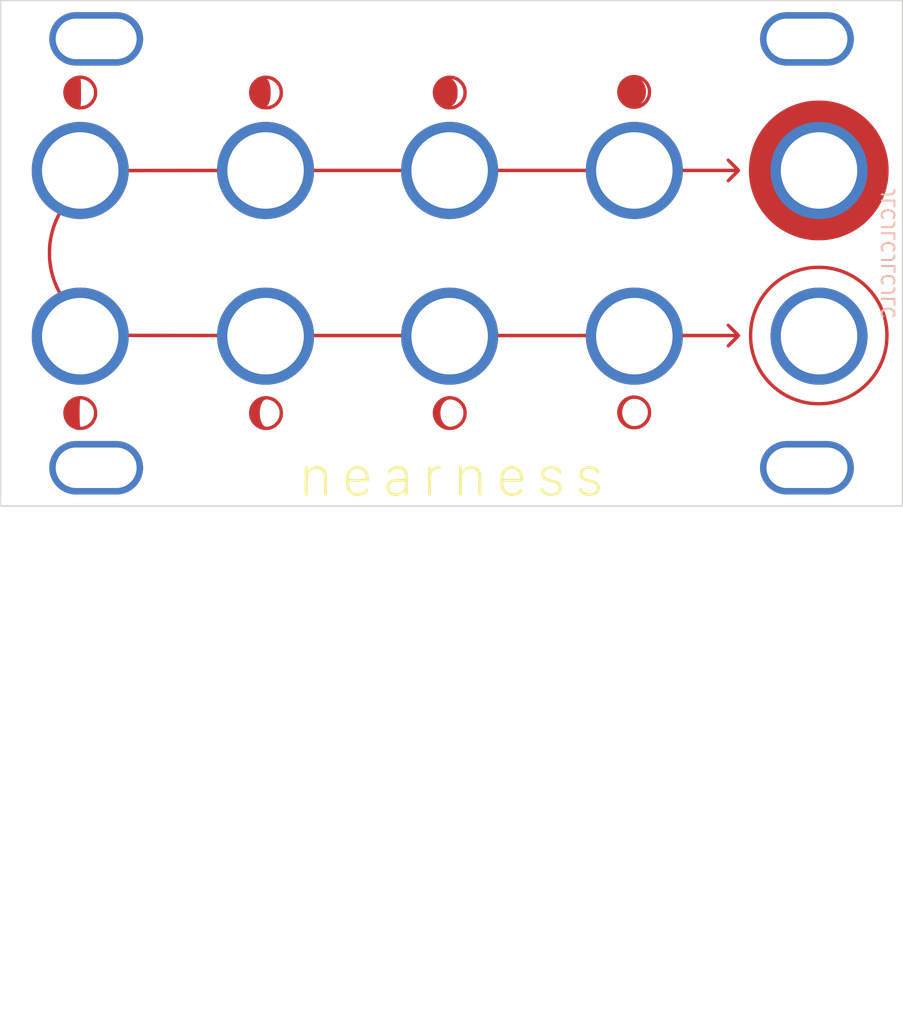
<source format=kicad_pcb>
(kicad_pcb (version 20221018) (generator pcbnew)
  (layers (0 "F.Cu" signal) (31 "B.Cu" signal) (34 "B.Paste" user) (35 "F.Paste" user) (36 "B.SilkS" user "B.Silkscreen") (37 "F.SilkS" user "F.Silkscreen") (38 "B.Mask" user) (39 "F.Mask" user) (44 "Edge.Cuts" user))
  (net 0 "")
  (footprint "" (layer "F.Cu") (at 106.2482 78.9)
    (fp_text reference "" (at 0 0) (layer "F.SilkS") (effects (font (size 1.27 1.27))))
    (fp_text value "" (at 0 0) (layer "F.SilkS") (effects (font (size 1.27 1.27))))
    (pad "1" thru_hole circle (at 0 0) (size 7.62 7.62) (drill 6) (layers "*.Cu" "*.Mask"))
  )
  (footprint "" (layer "F.Cu") (at 120.7982 78.9)
    (fp_text reference "" (at 0 0) (layer "F.SilkS") (effects (font (size 1.27 1.27))))
    (fp_text value "" (at 0 0) (layer "F.SilkS") (effects (font (size 1.27 1.27))))
    (pad "1" thru_hole circle (at 0 0) (size 7.62 7.62) (drill 6) (layers "*.Cu" "*.Mask"))
  )
  (footprint "" (layer "F.Cu") (at 106.2482 91.9)
    (fp_text reference "" (at 0 0) (layer "F.SilkS") (effects (font (size 1.27 1.27))))
    (fp_text value "" (at 0 0) (layer "F.SilkS") (effects (font (size 1.27 1.27))))
    (pad "1" thru_hole circle (at 0 0) (size 7.62 7.62) (drill 6) (layers "*.Cu" "*.Mask"))
  )
  (footprint "" (layer "F.Cu") (at 164.25 91.9)
    (fp_text reference "" (at 0 0) (layer "F.SilkS") (effects (font (size 1.27 1.27))))
    (fp_text value "" (at 0 0) (layer "F.SilkS") (effects (font (size 1.27 1.27))))
    (pad "1" thru_hole circle (at 0 0) (size 7.62 7.62) (drill 6) (layers "*.Cu" "*.Mask"))
  )
  (footprint "LOGO" (layer "F.Cu") (at 135.375 85.45)
    (fp_text reference "G***" hide)
    (fp_text value "LOGO" hide)
  )
  (footprint "" (layer "F.Cu") (at 120.7982 91.9)
    (fp_text reference "" (at 0 0) (layer "F.SilkS") (effects (font (size 1.27 1.27))))
    (fp_text value "" (at 0 0) (layer "F.SilkS") (effects (font (size 1.27 1.27))))
    (pad "1" thru_hole circle (at 0 0) (size 7.62 7.62) (drill 6) (layers "*.Cu" "*.Mask"))
  )
  (footprint "" (layer "F.Cu") (at 149.75 91.9)
    (fp_text reference "" (at 0 0) (layer "F.SilkS") (effects (font (size 1.27 1.27))))
    (fp_text value "" (at 0 0) (layer "F.SilkS") (effects (font (size 1.27 1.27))))
    (pad "1" thru_hole circle (at 0 0) (size 7.62 7.62) (drill 6) (layers "*.Cu" "*.Mask"))
  )
  (footprint "PCM_4ms_Faceplate:Faceplate_Rail_Mount_Slot_Plated" (layer "F.Cu") (at 107.5 102.225)
    (fp_text reference "REF**" hide)
    (fp_text value "Faceplate_Rail_Mount_Slot_Plated" hide)
    (pad "1" thru_hole oval (at 0 0) (size 7.366 4.191) (drill oval 6.35 3.175) (layers "*.Cu" "*.Mask"))
  )
  (footprint "" (layer "F.Cu") (at 149.75 78.9)
    (fp_text reference "" (at 0 0) (layer "F.SilkS") (effects (font (size 1.27 1.27))))
    (fp_text value "" (at 0 0) (layer "F.SilkS") (effects (font (size 1.27 1.27))))
    (pad "1" thru_hole circle (at 0 0) (size 7.62 7.62) (drill 6) (layers "*.Cu" "*.Mask"))
  )
  (footprint "" (layer "F.Cu") (at 164.25 78.9)
    (fp_text reference "" (at 0 0) (layer "F.SilkS") (effects (font (size 1.27 1.27))))
    (fp_text value "" (at 0 0) (layer "F.SilkS") (effects (font (size 1.27 1.27))))
    (pad "1" thru_hole circle (at 0 0) (size 7.62 7.62) (drill 6) (layers "*.Cu" "*.Mask"))
  )
  (footprint "LOGO" (layer "F.Cu") (at 135.375 85.45)
    (fp_text reference "G***" hide)
    (fp_text value "LOGO" hide)
    (fp_poly (pts (xy 14.44824 -14.048375) (xy 14.632215 -14.022022) (xy 14.814075 -13.97248) (xy 14.983326 -13.90221) (xy 15.048068 -13.867142) (xy 15.098769 -13.832253) (xy 15.164322 -13.779752) (xy 15.236359 -13.716677) (xy 15.30651 -13.650068) (xy 15.308278 -13.648308) (xy 15.381465 -13.573361) (xy 15.436038 -13.511452) (xy 15.478914 -13.453371) (xy 15.517012 -13.389906) (xy 15.549965 -13.326534) (xy 15.615217 -13.182562) (xy 15.659446 -13.049871) (xy 15.685157 -12.916797) (xy 15.694856 -12.77168) (xy 15.693522 -12.658401) (xy 15.688942 -12.558345) (xy 15.682266 -12.481565) (xy 15.671795 -12.417474) (xy 15.655827 -12.355483) (xy 15.634303 -12.289718) (xy 15.547661 -12.08927) (xy 15.434904 -11.910027) (xy 15.297175 -11.753093) (xy 15.135617 -11.619574) (xy 14.951374 -11.510575) (xy 14.745589 -11.427202) (xy 14.74076 -11.425642) (xy 14.650774 -11.404856) (xy 14.53787 -11.390873) (xy 14.412344 -11.383882) (xy 14.284492 -11.384073) (xy 14.164612 -11.391632) (xy 14.062997 -11.40675) (xy 14.037733 -11.412756) (xy 13.839672 -11.482221) (xy 13.656033 -11.580147) (xy 13.489976 -11.703676) (xy 13.408358 -11.785832) (xy 14.906541 -11.785832) (xy 14.906979 -11.785601) (xy 14.923559 -11.79546) (xy 14.959282 -11.82157) (xy 15.007087 -11.858724) (xy 15.017804 -11.867285) (xy 15.156576 -11.998661) (xy 15.270359 -12.148573) (xy 15.35614 -12.312477) (xy 15.401384 -12.446001) (xy 15.419484 -12.544885) (xy 15.428955 -12.661651) (xy 15.429549 -12.782493) (xy 15.42102 -12.893605) (xy 15.410482 -12.954001) (xy 15.36118 -13.104134) (xy 15.285529 -13.253296) (xy 15.189589 -13.391888) (xy 15.079418 -13.510311) (xy 15.035922 -13.547362) (xy 14.967757 -13.60135) (xy 15.060367 -13.47227) (xy 15.159155 -13.311708) (xy 15.229214 -13.143587) (xy 15.271788 -12.963392) (xy 15.288118 -12.766609) (xy 15.28641 -12.650712) (xy 15.262963 -12.443725) (xy 15.211567 -12.254975) (xy 15.131434 -12.082466) (xy 15.021775 -11.924204) (xy 14.980067 -11.875965) (xy 14.941445 -11.832221) (xy 14.91528 -11.800128) (xy 14.906541 -11.785832) (xy 13.408358 -11.785832) (xy 13.344661 -11.849949) (xy 13.223248 -12.01611) (xy 13.128898 -12.199299) (xy 13.107449 -12.254106) (xy 13.05078 -12.455443) (xy 13.026192 -12.656062) (xy 13.031955 -12.853298) (xy 13.066339 -13.044487) (xy 13.127615 -13.226963) (xy 13.214052 -13.398061) (xy 13.323921 -13.555118) (xy 13.455493 -13.695467) (xy 13.607036 -13.816446) (xy 13.776822 -13.915388) (xy 13.963121 -13.989629) (xy 14.164202 -14.036505) (xy 14.272649 -14.049075)) (fill solid) (layer "F.Cu"))
    (fp_poly (pts (xy 29.399298 -12.01595) (xy 29.76504 -11.969653) (xy 29.848098 -11.955368) (xy 30.262844 -11.863208) (xy 30.667126 -11.739385) (xy 31.059364 -11.584915) (xy 31.437977 -11.400816) (xy 31.801385 -11.188106) (xy 32.148006 -10.947801) (xy 32.476261 -10.680919) (xy 32.784569 -10.388478) (xy 33.07135 -10.071494) (xy 33.335022 -9.730984) (xy 33.361003 -9.694334) (xy 33.572411 -9.36644) (xy 33.762576 -9.016013) (xy 33.929222 -8.648579) (xy 34.070069 -8.269661) (xy 34.182842 -7.884787) (xy 34.264917 -7.501467) (xy 34.313665 -7.141683) (xy 34.338594 -6.766882) (xy 34.339742 -6.386082) (xy 34.317149 -6.008302) (xy 34.270852 -5.64256) (xy 34.256567 -5.559502) (xy 34.164531 -5.145135) (xy 34.041147 -4.741779) (xy 33.887593 -4.351003) (xy 33.705045 -3.974373) (xy 33.494678 -3.613458) (xy 33.25767 -3.269824) (xy 32.995197 -2.945041) (xy 32.708434 -2.640676) (xy 32.398559 -2.358296) (xy 32.066748 -2.099469) (xy 31.714176 -1.865763) (xy 31.342021 -1.658746) (xy 31.322126 -1.648726) (xy 30.955046 -1.479757) (xy 30.587091 -1.341118) (xy 30.212307 -1.231055) (xy 29.824741 -1.147812) (xy 29.430133 -1.090939) (xy 29.321551 -1.08174) (xy 29.187517 -1.075093) (xy 29.036005 -1.070987) (xy 28.87499 -1.069412) (xy 28.712448 -1.070357) (xy 28.556352 -1.07381) (xy 28.414679 -1.079761) (xy 28.295402 -1.088198) (xy 28.253266 -1.092555) (xy 27.819831 -1.159821) (xy 27.39816 -1.258427) (xy 26.989439 -1.387669) (xy 26.594857 -1.546843) (xy 26.215599 -1.735243) (xy 25.852853 -1.952164) (xy 25.507805 -2.196901) (xy 25.181644 -2.468749) (xy 24.875556 -2.767003) (xy 24.590727 -3.090959) (xy 24.347796 -3.412067) (xy 24.136388 -3.739961) (xy 23.946223 -4.090388) (xy 23.779577 -4.457822) (xy 23.63873 -4.83674) (xy 23.525957 -5.221614) (xy 23.443882 -5.604934) (xy 23.395134 -5.964718) (xy 23.370205 -6.339519) (xy 23.369057 -6.720319) (xy 23.39165 -7.098099) (xy 23.437947 -7.463841) (xy 23.452232 -7.546899) (xy 23.544392 -7.961645) (xy 23.668215 -8.365927) (xy 23.822685 -8.758165) (xy 24.006784 -9.136778) (xy 24.219494 -9.500186) (xy 24.459799 -9.846807) (xy 24.726681 -10.175062) (xy 25.019122 -10.48337) (xy 25.336106 -10.770151) (xy 25.676616 -11.033823) (xy 25.713266 -11.059804) (xy 26.04116 -11.271212) (xy 26.391587 -11.461377) (xy 26.759021 -11.628023) (xy 27.137939 -11.76887) (xy 27.522813 -11.881643) (xy 27.906133 -11.963718) (xy 28.265917 -12.012466) (xy 28.640718 -12.037395) (xy 29.021518 -12.038543)) (fill solid) (layer "F.Cu"))
    (fp_poly (pts (xy 14.44824 11.097625) (xy 14.632215 11.123978) (xy 14.814075 11.17352) (xy 14.983326 11.24379) (xy 15.048068 11.278858) (xy 15.098769 11.313747) (xy 15.164322 11.366248) (xy 15.236359 11.429323) (xy 15.30651 11.495932) (xy 15.308278 11.497692) (xy 15.381465 11.572639) (xy 15.436038 11.634548) (xy 15.478914 11.692629) (xy 15.517012 11.756094) (xy 15.549965 11.819466) (xy 15.615217 11.963438) (xy 15.659446 12.096129) (xy 15.685157 12.229203) (xy 15.694856 12.37432) (xy 15.693522 12.487599) (xy 15.688942 12.587655) (xy 15.682266 12.664435) (xy 15.671795 12.728526) (xy 15.655827 12.790517) (xy 15.634303 12.856282) (xy 15.547661 13.05673) (xy 15.434904 13.235973) (xy 15.297175 13.392907) (xy 15.135617 13.526426) (xy 14.951374 13.635425) (xy 14.745589 13.718798) (xy 14.74076 13.720358) (xy 14.650774 13.741144) (xy 14.53787 13.755127) (xy 14.412344 13.762118) (xy 14.284492 13.761927) (xy 14.164612 13.754368) (xy 14.062997 13.73925) (xy 14.037733 13.733244) (xy 13.839672 13.663779) (xy 13.656033 13.565853) (xy 13.489976 13.442324) (xy 13.344661 13.296051) (xy 13.223248 13.12989) (xy 13.128898 12.946701) (xy 13.107449 12.891894) (xy 13.05078 12.690557) (xy 13.026192 12.489938) (xy 13.03037 12.346951) (xy 13.423353 12.346951) (xy 13.426059 12.544366) (xy 13.42858 12.568637) (xy 13.46589 12.762907) (xy 13.531237 12.940237) (xy 13.62366 13.098892) (xy 13.7422 13.237137) (xy 13.848334 13.326875) (xy 13.995264 13.417108) (xy 14.148138 13.47529) (xy 14.309257 13.501835) (xy 14.480923 13.497159) (xy 14.637555 13.468772) (xy 14.79967 13.412273) (xy 14.951766 13.32647) (xy 15.089844 13.215384) (xy 15.209911 13.083039) (xy 15.307967 12.933457) (xy 15.380018 12.77066) (xy 15.401384 12.699999) (xy 15.419484 12.601115) (xy 15.428955 12.484349) (xy 15.429549 12.363507) (xy 15.42102 12.252395) (xy 15.410482 12.191999) (xy 15.355248 12.023127) (xy 15.273019 11.868443) (xy 15.167389 11.730202) (xy 15.04195 11.610661) (xy 14.900295 11.512073) (xy 14.746017 11.436695) (xy 14.582709 11.386781) (xy 14.413964 11.364586) (xy 14.243375 11.372366) (xy 14.137958 11.39331) (xy 13.998736 11.444698) (xy 13.867713 11.524939) (xy 13.741282 11.636329) (xy 13.718353 11.660271) (xy 13.60071 11.810286) (xy 13.511669 11.976807) (xy 13.45222 12.15673) (xy 13.423353 12.346951) (xy 13.03037 12.346951) (xy 13.031955 12.292702) (xy 13.066339 12.101513) (xy 13.127615 11.919037) (xy 13.214052 11.747939) (xy 13.323921 11.590882) (xy 13.455493 11.450533) (xy 13.607036 11.329554) (xy 13.776822 11.230612) (xy 13.963121 11.156371) (xy 14.164202 11.109495) (xy 14.272649 11.096925)) (fill solid) (layer "F.Cu"))
    (fp_poly (pts (xy -14.45696 11.148425) (xy -14.272985 11.174778) (xy -14.091125 11.22432) (xy -13.921874 11.29459) (xy -13.857132 11.329658) (xy -13.806431 11.364547) (xy -13.740878 11.417048) (xy -13.668841 11.480123) (xy -13.59869 11.546732) (xy -13.596922 11.548492) (xy -13.523735 11.623439) (xy -13.469162 11.685348) (xy -13.426286 11.743429) (xy -13.388188 11.806894) (xy -13.355235 11.870266) (xy -13.289983 12.014238) (xy -13.245754 12.146929) (xy -13.220043 12.280003) (xy -13.210344 12.42512) (xy -13.211678 12.538399) (xy -13.216258 12.638455) (xy -13.222934 12.715235) (xy -13.233405 12.779326) (xy -13.249373 12.841317) (xy -13.270897 12.907082) (xy -13.357539 13.10753) (xy -13.470296 13.286773) (xy -13.608025 13.443707) (xy -13.769583 13.577226) (xy -13.953826 13.686225) (xy -14.159611 13.769598) (xy -14.16444 13.771158) (xy -14.254426 13.791944) (xy -14.36733 13.805927) (xy -14.492856 13.812918) (xy -14.620708 13.812727) (xy -14.740588 13.805168) (xy -14.842203 13.79005) (xy -14.867467 13.784044) (xy -15.065528 13.714579) (xy -15.249167 13.616653) (xy -15.415224 13.493124) (xy -15.560539 13.346851) (xy -15.681952 13.18069) (xy -15.776302 12.997501) (xy -15.797751 12.942694) (xy -15.85442 12.741357) (xy -15.875608 12.56848) (xy -15.026204 12.56848) (xy -15.012894 12.743411) (xy -14.986436 12.911106) (xy -14.947347 13.067596) (xy -14.896142 13.208915) (xy -14.833338 13.331095) (xy -14.759451 13.430168) (xy -14.674997 13.502166) (xy -14.643883 13.519815) (xy -14.584044 13.543661) (xy -14.520814 13.554775) (xy -14.446748 13.553148) (xy -14.354402 13.53877) (xy -14.267645 13.519367) (xy -14.106182 13.463374) (xy -13.954521 13.37805) (xy -13.816673 13.267429) (xy -13.696648 13.135548) (xy -13.598458 12.986442) (xy -13.526113 12.824147) (xy -13.503816 12.750799) (xy -13.485716 12.651915) (xy -13.476245 12.535149) (xy -13.475651 12.414307) (xy -13.48418 12.303195) (xy -13.494718 12.242799) (xy -13.551474 12.070644) (xy -13.637395 11.911336) (xy -13.749129 11.768252) (xy -13.883327 11.644767) (xy -14.036638 11.544257) (xy -14.205712 11.470098) (xy -14.285121 11.446459) (xy -14.421604 11.419892) (xy -14.536483 11.417424) (xy -14.633676 11.44089) (xy -14.717102 11.492129) (xy -14.790678 11.572975) (xy -14.858324 11.685268) (xy -14.877473 11.72415) (xy -14.937644 11.875747) (xy -14.982086 12.039946) (xy -15.011316 12.21278) (xy -15.02585 12.39028) (xy -15.026204 12.56848) (xy -15.875608 12.56848) (xy -15.879008 12.540738) (xy -15.873245 12.343502) (xy -15.838861 12.152313) (xy -15.777585 11.969837) (xy -15.691148 11.798739) (xy -15.581279 11.641682) (xy -15.449707 11.501333) (xy -15.298164 11.380354) (xy -15.128378 11.281412) (xy -14.942079 11.207171) (xy -14.740998 11.160295) (xy -14.632551 11.147725)) (fill solid) (layer "F.Cu"))
    (fp_poly (pts (xy -0.02976 11.148425) (xy 0.154215 11.174778) (xy 0.336075 11.22432) (xy 0.505326 11.29459) (xy 0.570068 11.329658) (xy 0.620769 11.364547) (xy 0.686322 11.417048) (xy 0.758359 11.480123) (xy 0.82851 11.546732) (xy 0.830278 11.548492) (xy 0.903465 11.623439) (xy 0.958038 11.685348) (xy 1.000914 11.743429) (xy 1.039012 11.806894) (xy 1.071965 11.870266) (xy 1.137217 12.014238) (xy 1.181446 12.146929) (xy 1.207157 12.280003) (xy 1.216856 12.42512) (xy 1.215522 12.538399) (xy 1.210942 12.638455) (xy 1.204266 12.715235) (xy 1.193795 12.779326) (xy 1.177827 12.841317) (xy 1.156303 12.907082) (xy 1.069661 13.10753) (xy 0.956904 13.286773) (xy 0.819175 13.443707) (xy 0.657617 13.577226) (xy 0.473374 13.686225) (xy 0.267589 13.769598) (xy 0.26276 13.771158) (xy 0.172774 13.791944) (xy 0.05987 13.805927) (xy -0.065656 13.812918) (xy -0.193508 13.812727) (xy -0.313388 13.805168) (xy -0.415003 13.79005) (xy -0.440267 13.784044) (xy -0.638328 13.714579) (xy -0.821967 13.616653) (xy -0.988024 13.493124) (xy -1.133339 13.346851) (xy -1.254752 13.18069) (xy -1.349102 12.997501) (xy -1.370551 12.942694) (xy -1.42722 12.741357) (xy -1.451808 12.540738) (xy -1.45004 12.480221) (xy -0.854115 12.480221) (xy -0.844962 12.649199) (xy -0.809156 12.853242) (xy -0.748707 13.034749) (xy -0.663048 13.194999) (xy -0.551617 13.335271) (xy -0.534368 13.352948) (xy -0.427575 13.445129) (xy -0.317867 13.508517) (xy -0.200528 13.544241) (xy -0.070841 13.553433) (xy 0.075908 13.537224) (xy 0.159555 13.519367) (xy 0.321018 13.463374) (xy 0.472679 13.37805) (xy 0.610527 13.267429) (xy 0.730552 13.135548) (xy 0.828742 12.986442) (xy 0.901087 12.824147) (xy 0.923384 12.750799) (xy 0.941484 12.651915) (xy 0.950955 12.535149) (xy 0.951549 12.414307) (xy 0.94302 12.303195) (xy 0.932482 12.242799) (xy 0.914816 12.183592) (xy 0.886769 12.10798) (xy 0.853529 12.029634) (xy 0.843033 12.007039) (xy 0.757186 11.863049) (xy 0.646179 11.733871) (xy 0.515018 11.622521) (xy 0.36871 11.532013) (xy 0.212262 11.465361) (xy 0.05068 11.42558) (xy -0.111029 11.415685) (xy -0.136769 11.41709) (xy -0.268768 11.442849) (xy -0.391705 11.498679) (xy -0.50386 11.581588) (xy -0.603515 11.688586) (xy -0.688951 11.816681) (xy -0.758447 11.962883) (xy -0.810286 12.124201) (xy -0.842749 12.297644) (xy -0.854115 12.480221) (xy -1.45004 12.480221) (xy -1.446045 12.343502) (xy -1.411661 12.152313) (xy -1.350385 11.969837) (xy -1.263948 11.798739) (xy -1.154079 11.641682) (xy -1.022507 11.501333) (xy -0.870964 11.380354) (xy -0.701178 11.281412) (xy -0.514879 11.207171) (xy -0.313798 11.160295) (xy -0.205351 11.147725)) (fill solid) (layer "F.Cu"))
    (fp_poly (pts (xy -14.45696 -13.997575) (xy -14.272985 -13.971222) (xy -14.091125 -13.92168) (xy -13.921874 -13.85141) (xy -13.857132 -13.816342) (xy -13.806431 -13.781453) (xy -13.740878 -13.728952) (xy -13.668841 -13.665877) (xy -13.59869 -13.599268) (xy -13.596922 -13.597508) (xy -13.523735 -13.522561) (xy -13.469162 -13.460652) (xy -13.426286 -13.402571) (xy -13.388188 -13.339106) (xy -13.355235 -13.275734) (xy -13.289983 -13.131762) (xy -13.245754 -12.999071) (xy -13.220043 -12.865997) (xy -13.210344 -12.72088) (xy -13.211678 -12.607601) (xy -13.216258 -12.507545) (xy -13.222934 -12.430765) (xy -13.233405 -12.366674) (xy -13.249373 -12.304683) (xy -13.270897 -12.238918) (xy -13.357539 -12.03847) (xy -13.470296 -11.859227) (xy -13.608025 -11.702293) (xy -13.769583 -11.568774) (xy -13.953826 -11.459775) (xy -14.159611 -11.376402) (xy -14.16444 -11.374842) (xy -14.254426 -11.354056) (xy -14.36733 -11.340073) (xy -14.492856 -11.333082) (xy -14.620708 -11.333273) (xy -14.740588 -11.340832) (xy -14.842203 -11.35595) (xy -14.867467 -11.361956) (xy -15.065528 -11.431421) (xy -15.249167 -11.529347) (xy -15.415224 -11.652876) (xy -15.560539 -11.799149) (xy -15.681952 -11.96531) (xy -15.776302 -12.148499) (xy -15.797751 -12.203306) (xy -15.85442 -12.404643) (xy -15.879008 -12.605262) (xy -15.873245 -12.802498) (xy -15.838861 -12.993687) (xy -15.777585 -13.176163) (xy -15.691148 -13.347261) (xy -15.581279 -13.504318) (xy -15.449707 -13.644667) (xy -15.341932 -13.730705) (xy -14.469014 -13.730705) (xy -14.464559 -13.72) (xy -14.4396 -13.699135) (xy -14.377704 -13.632031) (xy -14.322268 -13.535058) (xy -14.274203 -13.411753) (xy -14.234419 -13.265657) (xy -14.203827 -13.100307) (xy -14.183337 -12.919244) (xy -14.17386 -12.726006) (xy -14.1733 -12.664113) (xy -14.180133 -12.442977) (xy -14.200045 -12.240857) (xy -14.232425 -12.060308) (xy -14.27666 -11.903885) (xy -14.332137 -11.774142) (xy -14.398244 -11.673635) (xy -14.415414 -11.654367) (xy -14.467711 -11.599334) (xy -14.417147 -11.599334) (xy -14.372838 -11.603646) (xy -14.311785 -11.614764) (xy -14.266373 -11.625435) (xy -14.099302 -11.685966) (xy -13.944026 -11.775527) (xy -13.804402 -11.890229) (xy -13.684282 -12.026177) (xy -13.587524 -12.179482) (xy -13.517982 -12.346252) (xy -13.503816 -12.395201) (xy -13.485716 -12.494085) (xy -13.476245 -12.610851) (xy -13.475651 -12.731693) (xy -13.48418 -12.842805) (xy -13.494718 -12.903201) (xy -13.551474 -13.075356) (xy -13.637395 -13.234664) (xy -13.749129 -13.377748) (xy -13.883327 -13.501233) (xy -14.036638 -13.601743) (xy -14.205712 -13.675902) (xy -14.285121 -13.699541) (xy -14.351488 -13.715472) (xy -14.408413 -13.727272) (xy -14.445279 -13.732778) (xy -14.449126 -13.732934) (xy -14.469014 -13.730705) (xy -15.341932 -13.730705) (xy -15.298164 -13.765646) (xy -15.128378 -13.864588) (xy -14.942079 -13.938829) (xy -14.740998 -13.985705) (xy -14.632551 -13.998275)) (fill solid) (layer "F.Cu"))
    (fp_poly (pts (xy -29.03656 11.148425) (xy -28.852585 11.174778) (xy -28.670725 11.22432) (xy -28.501474 11.29459) (xy -28.436732 11.329658) (xy -28.386031 11.364547) (xy -28.320478 11.417048) (xy -28.248441 11.480123) (xy -28.17829 11.546732) (xy -28.176522 11.548492) (xy -28.103335 11.623439) (xy -28.048762 11.685348) (xy -28.005886 11.743429) (xy -27.967788 11.806894) (xy -27.934835 11.870266) (xy -27.869583 12.014238) (xy -27.825354 12.146929) (xy -27.799643 12.280003) (xy -27.789944 12.42512) (xy -27.791278 12.538399) (xy -27.795858 12.638455) (xy -27.802534 12.715235) (xy -27.813005 12.779326) (xy -27.828973 12.841317) (xy -27.850497 12.907082) (xy -27.937139 13.10753) (xy -28.049896 13.286773) (xy -28.187625 13.443707) (xy -28.349183 13.577226) (xy -28.533426 13.686225) (xy -28.739211 13.769598) (xy -28.74404 13.771158) (xy -28.834026 13.791944) (xy -28.94693 13.805927) (xy -29.072456 13.812918) (xy -29.200308 13.812727) (xy -29.320188 13.805168) (xy -29.421803 13.79005) (xy -29.447067 13.784044) (xy -29.645128 13.714579) (xy -29.828767 13.616653) (xy -29.994824 13.493124) (xy -30.140139 13.346851) (xy -30.261552 13.18069) (xy -30.355902 12.997501) (xy -30.377351 12.942694) (xy -30.43402 12.741357) (xy -30.458608 12.540738) (xy -30.457757 12.511621) (xy -29.174016 12.511621) (xy -29.173078 12.686365) (xy -29.170772 12.856298) (xy -29.167096 13.017128) (xy -29.162049 13.164558) (xy -29.155631 13.294295) (xy -29.147841 13.402044) (xy -29.138676 13.483512) (xy -29.132933 13.5161) (xy -29.125072 13.542536) (xy -29.110183 13.554834) (xy -29.07878 13.55655) (xy -29.035293 13.552683) (xy -28.966758 13.543081) (xy -28.888442 13.528532) (xy -28.847245 13.519351) (xy -28.685832 13.463397) (xy -28.534205 13.378109) (xy -28.396374 13.267524) (xy -28.276353 13.135679) (xy -28.178152 12.98661) (xy -28.105785 12.824354) (xy -28.083416 12.750799) (xy -28.065316 12.651915) (xy -28.055845 12.535149) (xy -28.055251 12.414307) (xy -28.06378 12.303195) (xy -28.074318 12.242799) (xy -28.131074 12.070644) (xy -28.216995 11.911336) (xy -28.328729 11.768252) (xy -28.462927 11.644767) (xy -28.616238 11.544257) (xy -28.785312 11.470098) (xy -28.864721 11.446459) (xy -28.936539 11.43016) (xy -29.00436 11.41827) (xy -29.054641 11.413121) (xy -29.058473 11.413066) (xy -29.102051 11.416798) (xy -29.123684 11.432434) (xy -29.132397 11.455836) (xy -29.142365 11.514462) (xy -29.150974 11.602634) (xy -29.158222 11.716056) (xy -29.164108 11.850434) (xy -29.168632 12.001474) (xy -29.171792 12.164881) (xy -29.173587 12.336362) (xy -29.174016 12.511621) (xy -30.457757 12.511621) (xy -30.452845 12.343502) (xy -30.418461 12.152313) (xy -30.357185 11.969837) (xy -30.270748 11.798739) (xy -30.160879 11.641682) (xy -30.029307 11.501333) (xy -29.877764 11.380354) (xy -29.707978 11.281412) (xy -29.521679 11.207171) (xy -29.320598 11.160295) (xy -29.212151 11.147725)) (fill solid) (layer "F.Cu"))
    (fp_poly (pts (xy -29.03656 -13.997575) (xy -28.852585 -13.971222) (xy -28.670725 -13.92168) (xy -28.501474 -13.85141) (xy -28.436732 -13.816342) (xy -28.386031 -13.781453) (xy -28.320478 -13.728952) (xy -28.248441 -13.665877) (xy -28.17829 -13.599268) (xy -28.176522 -13.597508) (xy -28.103335 -13.522561) (xy -28.048762 -13.460652) (xy -28.005886 -13.402571) (xy -27.967788 -13.339106) (xy -27.934835 -13.275734) (xy -27.869583 -13.131762) (xy -27.825354 -12.999071) (xy -27.799643 -12.865997) (xy -27.789944 -12.72088) (xy -27.791278 -12.607601) (xy -27.795858 -12.507545) (xy -27.802534 -12.430765) (xy -27.813005 -12.366674) (xy -27.828973 -12.304683) (xy -27.850497 -12.238918) (xy -27.937139 -12.03847) (xy -28.049896 -11.859227) (xy -28.187625 -11.702293) (xy -28.349183 -11.568774) (xy -28.533426 -11.459775) (xy -28.739211 -11.376402) (xy -28.74404 -11.374842) (xy -28.834026 -11.354056) (xy -28.94693 -11.340073) (xy -29.072456 -11.333082) (xy -29.200308 -11.333273) (xy -29.320188 -11.340832) (xy -29.421803 -11.35595) (xy -29.447067 -11.361956) (xy -29.645128 -11.431421) (xy -29.828767 -11.529347) (xy -29.994824 -11.652876) (xy -30.140139 -11.799149) (xy -30.261552 -11.96531) (xy -30.355902 -12.148499) (xy -30.377351 -12.203306) (xy -30.43402 -12.404643) (xy -30.458608 -12.605262) (xy -30.452845 -12.802498) (xy -30.418461 -12.993687) (xy -30.357185 -13.176163) (xy -30.270748 -13.347261) (xy -30.160879 -13.504318) (xy -30.029307 -13.644667) (xy -29.91874 -13.732934) (xy -29.103031 -13.732934) (xy -29.087642 -13.6525) (xy -29.082955 -13.610901) (xy -29.078629 -13.539713) (xy -29.074701 -13.443214) (xy -29.07121 -13.32568) (xy -29.068192 -13.191389) (xy -29.065684 -13.044618) (xy -29.063724 -12.889642) (xy -29.062349 -12.73074) (xy -29.061596 -12.572188) (xy -29.061502 -12.418263) (xy -29.062105 -12.273243) (xy -29.063441 -12.141403) (xy -29.065548 -12.02702) (xy -29.068464 -11.934373) (xy -29.072124 -11.869002) (xy -29.079523 -11.782407) (xy -29.087059 -11.706639) (xy -29.09395 -11.648801) (xy -29.09941 -11.615998) (xy -29.100386 -11.612729) (xy -29.10151 -11.597277) (xy -29.084378 -11.591301) (xy -29.042155 -11.593034) (xy -29.029026 -11.594253) (xy -28.964709 -11.603127) (xy -28.88929 -11.617155) (xy -28.847245 -11.626557) (xy -28.685541 -11.682737) (xy -28.53372 -11.768239) (xy -28.395786 -11.879031) (xy -28.275745 -12.011084) (xy -28.177604 -12.160366) (xy -28.105368 -12.322846) (xy -28.083416 -12.395201) (xy -28.065316 -12.494085) (xy -28.055845 -12.610851) (xy -28.055251 -12.731693) (xy -28.06378 -12.842805) (xy -28.074318 -12.903201) (xy -28.131074 -13.075356) (xy -28.216995 -13.234664) (xy -28.328729 -13.377748) (xy -28.462927 -13.501233) (xy -28.616238 -13.601743) (xy -28.785312 -13.675902) (xy -28.864721 -13.699541) (xy -28.934779 -13.715722) (xy -28.999089 -13.727585) (xy -29.045068 -13.732852) (xy -29.049158 -13.732934) (xy -29.103031 -13.732934) (xy -29.91874 -13.732934) (xy -29.877764 -13.765646) (xy -29.707978 -13.864588) (xy -29.521679 -13.938829) (xy -29.320598 -13.985705) (xy -29.212151 -13.998275)) (fill solid) (layer "F.Cu"))
    (fp_poly (pts (xy -0.02976 -13.997575) (xy 0.154215 -13.971222) (xy 0.336075 -13.92168) (xy 0.505326 -13.85141) (xy 0.570068 -13.816342) (xy 0.620769 -13.781453) (xy 0.686322 -13.728952) (xy 0.758359 -13.665877) (xy 0.82851 -13.599268) (xy 0.830278 -13.597508) (xy 0.903465 -13.522561) (xy 0.958038 -13.460652) (xy 1.000914 -13.402571) (xy 1.039012 -13.339106) (xy 1.071965 -13.275734) (xy 1.137217 -13.131762) (xy 1.181446 -12.999071) (xy 1.207157 -12.865997) (xy 1.216856 -12.72088) (xy 1.215522 -12.607601) (xy 1.210942 -12.507545) (xy 1.204266 -12.430765) (xy 1.193795 -12.366674) (xy 1.177827 -12.304683) (xy 1.156303 -12.238918) (xy 1.069661 -12.03847) (xy 0.956904 -11.859227) (xy 0.819175 -11.702293) (xy 0.657617 -11.568774) (xy 0.473374 -11.459775) (xy 0.267589 -11.376402) (xy 0.26276 -11.374842) (xy 0.172774 -11.354056) (xy 0.05987 -11.340073) (xy -0.065656 -11.333082) (xy -0.193508 -11.333273) (xy -0.313388 -11.340832) (xy -0.415003 -11.35595) (xy -0.440267 -11.361956) (xy -0.638328 -11.431421) (xy -0.821967 -11.529347) (xy -0.925459 -11.606334) (xy 0.04732 -11.606334) (xy 0.056363 -11.601911) (xy 0.094387 -11.608801) (xy 0.160827 -11.625435) (xy 0.327898 -11.685966) (xy 0.483174 -11.775527) (xy 0.622798 -11.890229) (xy 0.742918 -12.026177) (xy 0.839676 -12.179482) (xy 0.909218 -12.346252) (xy 0.923384 -12.395201) (xy 0.941484 -12.494085) (xy 0.950955 -12.610851) (xy 0.951549 -12.731693) (xy 0.94302 -12.842805) (xy 0.932482 -12.903201) (xy 0.914816 -12.962408) (xy 0.886769 -13.03802) (xy 0.853529 -13.116366) (xy 0.843033 -13.138961) (xy 0.755919 -13.284444) (xy 0.641605 -13.416758) (xy 0.50568 -13.531215) (xy 0.353731 -13.623127) (xy 0.191346 -13.687808) (xy 0.187426 -13.688969) (xy 0.117692 -13.707866) (xy 0.078374 -13.714179) (xy 0.068315 -13.707574) (xy 0.086358 -13.687718) (xy 0.112759 -13.667437) (xy 0.221698 -13.569282) (xy 0.315317 -13.443316) (xy 0.394364 -13.288357) (xy 0.451152 -13.131345) (xy 0.467857 -13.075112) (xy 0.480035 -13.026419) (xy 0.488393 -12.978213) (xy 0.493639 -12.923441) (xy 0.49648 -12.855051) (xy 0.497622 -12.765988) (xy 0.497784 -12.666134) (xy 0.497202 -12.54834) (xy 0.495209 -12.457429) (xy 0.491229 -12.386426) (xy 0.484685 -12.328357) (xy 0.475001 -12.276249) (xy 0.4616 -12.223128) (xy 0.460971 -12.220856) (xy 0.402375 -12.049178) (xy 0.328742 -11.899405) (xy 0.242101 -11.774811) (xy 0.144481 -11.67867) (xy 0.108984 -11.652936) (xy 0.065459 -11.623024) (xy 0.04732 -11.606334) (xy -0.925459 -11.606334) (xy -0.988024 -11.652876) (xy -1.133339 -11.799149) (xy -1.254752 -11.96531) (xy -1.349102 -12.148499) (xy -1.370551 -12.203306) (xy -1.42722 -12.404643) (xy -1.451808 -12.605262) (xy -1.446045 -12.802498) (xy -1.411661 -12.993687) (xy -1.350385 -13.176163) (xy -1.263948 -13.347261) (xy -1.154079 -13.504318) (xy -1.022507 -13.644667) (xy -0.922546 -13.724467) (xy 0.016933 -13.724467) (xy 0.0254 -13.716) (xy 0.033866 -13.724467) (xy 0.0254 -13.732934) (xy 0.016933 -13.724467) (xy -0.922546 -13.724467) (xy -0.870964 -13.765646) (xy -0.701178 -13.864588) (xy -0.514879 -13.938829) (xy -0.313798 -13.985705) (xy -0.205351 -13.998275)) (fill solid) (layer "F.Cu"))
    (fp_poly (pts (xy 29.399298 0.93805) (xy 29.76504 0.984347) (xy 29.848098 0.998632) (xy 30.262844 1.090792) (xy 30.667126 1.214615) (xy 31.059364 1.369085) (xy 31.437977 1.553184) (xy 31.801385 1.765894) (xy 32.148006 2.006199) (xy 32.476261 2.273081) (xy 32.784569 2.565522) (xy 33.07135 2.882506) (xy 33.335022 3.223016) (xy 33.361003 3.259666) (xy 33.572411 3.58756) (xy 33.762576 3.937987) (xy 33.929222 4.305421) (xy 34.070069 4.684339) (xy 34.182842 5.069213) (xy 34.264917 5.452533) (xy 34.313665 5.812317) (xy 34.338594 6.187118) (xy 34.339742 6.567918) (xy 34.317149 6.945698) (xy 34.270852 7.31144) (xy 34.256567 7.394498) (xy 34.164531 7.808865) (xy 34.041147 8.212221) (xy 33.887593 8.602997) (xy 33.705045 8.979627) (xy 33.494678 9.340542) (xy 33.25767 9.684176) (xy 32.995197 10.008959) (xy 32.708434 10.313324) (xy 32.398559 10.595704) (xy 32.066748 10.854531) (xy 31.714176 11.088237) (xy 31.342021 11.295254) (xy 31.322126 11.305274) (xy 30.955046 11.474243) (xy 30.587091 11.612882) (xy 30.212307 11.722945) (xy 29.824741 11.806188) (xy 29.430133 11.863061) (xy 29.321551 11.87226) (xy 29.187517 11.878907) (xy 29.036005 11.883013) (xy 28.87499 11.884588) (xy 28.712448 11.883643) (xy 28.556352 11.88019) (xy 28.414679 11.874239) (xy 28.295402 11.865802) (xy 28.253266 11.861445) (xy 27.819831 11.794179) (xy 27.39816 11.695573) (xy 26.989439 11.566331) (xy 26.594857 11.407157) (xy 26.215599 11.218757) (xy 25.852853 11.001836) (xy 25.507805 10.757099) (xy 25.181644 10.485251) (xy 24.875556 10.186997) (xy 24.590727 9.863041) (xy 24.347796 9.541933) (xy 24.136388 9.214039) (xy 23.946223 8.863612) (xy 23.779577 8.496178) (xy 23.63873 8.11726) (xy 23.525957 7.732386) (xy 23.443882 7.349066) (xy 23.395134 6.989282) (xy 23.370205 6.614481) (xy 23.369561 6.400799) (xy 23.635464 6.400799) (xy 23.639074 6.634918) (xy 23.650447 6.848035) (xy 23.670729 7.052365) (xy 23.701063 7.260119) (xy 23.731905 7.429663) (xy 23.826566 7.827758) (xy 23.952577 8.215169) (xy 24.108646 8.590242) (xy 24.293481 8.951322) (xy 24.505791 9.296755) (xy 24.744285 9.624886) (xy 25.007671 9.93406) (xy 25.294657 10.222623) (xy 25.603952 10.48892) (xy 25.934265 10.731297) (xy 26.284303 10.948099) (xy 26.610733 11.117894) (xy 26.999013 11.284357) (xy 27.394743 11.417809) (xy 27.79752 11.518184) (xy 28.20694 11.585414) (xy 28.6226 11.619431) (xy 29.044097 11.62017) (xy 29.448631 11.590089) (xy 29.857698 11.528016) (xy 30.257348 11.434122) (xy 30.646009 11.309531) (xy 31.022104 11.155369) (xy 31.38406 10.97276) (xy 31.730302 10.762829) (xy 32.059255 10.526702) (xy 32.369346 10.265503) (xy 32.658998 9.980357) (xy 32.926639 9.672389) (xy 33.170693 9.342724) (xy 33.389585 8.992488) (xy 33.571494 8.644466) (xy 33.732902 8.271457) (xy 33.86209 7.897194) (xy 33.959862 7.518079) (xy 34.027022 7.130518) (xy 34.064374 6.730915) (xy 34.073335 6.400799) (xy 34.058461 5.982952) (xy 34.013807 5.579723) (xy 33.938763 5.188524) (xy 33.832716 4.806764) (xy 33.695057 4.431853) (xy 33.525175 4.061204) (xy 33.518024 4.047066) (xy 33.312451 3.678624) (xy 33.081116 3.331397) (xy 32.825399 3.006347) (xy 32.546683 2.704438) (xy 32.246348 2.426633) (xy 31.925777 2.173896) (xy 31.586352 1.94719) (xy 31.229454 1.747477) (xy 30.856465 1.575722) (xy 30.468767 1.432888) (xy 30.067741 1.319937) (xy 29.654769 1.237834) (xy 29.447066 1.208988) (xy 29.305505 1.196001) (xy 29.140071 1.187235) (xy 28.960158 1.182694) (xy 28.775161 1.182381) (xy 28.594474 1.186299) (xy 28.427493 1.194452) (xy 28.283611 1.206843) (xy 28.268634 1.20858) (xy 27.869453 1.269856) (xy 27.489387 1.356369) (xy 27.123386 1.469629) (xy 26.766398 1.611145) (xy 26.500666 1.737175) (xy 26.131849 1.943029) (xy 25.783751 2.175183) (xy 25.457433 2.432359) (xy 25.153957 2.713279) (xy 24.874383 3.016664) (xy 24.619775 3.341238) (xy 24.391193 3.68572) (xy 24.189698 4.048834) (xy 24.016353 4.429302) (xy 23.872218 4.825844) (xy 23.835234 4.946386) (xy 23.748987 5.282414) (xy 23.687635 5.621927) (xy 23.650204 5.972018) (xy 23.635718 6.339783) (xy 23.635464 6.400799) (xy 23.369561 6.400799) (xy 23.369057 6.233681) (xy 23.39165 5.855901) (xy 23.437947 5.490159) (xy 23.452232 5.407101) (xy 23.544392 4.992355) (xy 23.668215 4.588073) (xy 23.822685 4.195835) (xy 24.006784 3.817222) (xy 24.219494 3.453814) (xy 24.459799 3.107193) (xy 24.726681 2.778938) (xy 25.019122 2.47063) (xy 25.336106 2.183849) (xy 25.676616 1.920177) (xy 25.713266 1.894196) (xy 26.04116 1.682788) (xy 26.391587 1.492623) (xy 26.759021 1.325977) (xy 27.137939 1.18513) (xy 27.522813 1.072357) (xy 27.906133 0.990282) (xy 28.265917 0.941534) (xy 28.640718 0.916605) (xy 29.021518 0.915457)) (fill solid) (layer "F.Cu"))
    (fp_poly (pts (xy 21.780772 -7.492173) (xy 21.801821 -7.477636) (xy 21.843058 -7.442197) (xy 21.901061 -7.389233) (xy 21.972409 -7.322124) (xy 22.05368 -7.244247) (xy 22.141452 -7.158981) (xy 22.232305 -7.069704) (xy 22.322818 -6.979796) (xy 22.409568 -6.892633) (xy 22.489134 -6.811596) (xy 22.558096 -6.740061) (xy 22.613031 -6.681408) (xy 22.650519 -6.639015) (xy 22.666519 -6.617541) (xy 22.678892 -6.592492) (xy 22.68623 -6.569403) (xy 22.686538 -6.545547) (xy 22.677821 -6.518197) (xy 22.658083 -6.484628) (xy 22.625331 -6.442112) (xy 22.577567 -6.387923) (xy 22.512798 -6.319335) (xy 22.429029 -6.23362) (xy 22.324263 -6.128053) (xy 22.264363 -6.067955) (xy 22.16398 -5.968042) (xy 22.069399 -5.875333) (xy 21.983669 -5.792712) (xy 21.909844 -5.723063) (xy 21.850975 -5.669268) (xy 21.810113 -5.634212) (xy 21.791495 -5.621161) (xy 21.736198 -5.614317) (xy 21.683151 -5.633643) (xy 21.64021 -5.672069) (xy 21.615232 -5.722526) (xy 21.616075 -5.777945) (xy 21.616323 -5.778773) (xy 21.631091 -5.800904) (xy 21.66653 -5.843121) (xy 21.719231 -5.901697) (xy 21.785785 -5.972906) (xy 21.862783 -6.053018) (xy 21.925794 -6.117167) (xy 22.223767 -6.417734) (xy -1.551791 -6.417734) (xy -2.785431 -6.417723) (xy -3.985303 -6.417689) (xy -5.151507 -6.417633) (xy -6.284142 -6.417555) (xy -7.383306 -6.417454) (xy -8.449098 -6.41733) (xy -9.481619 -6.417184) (xy -10.480967 -6.417015) (xy -11.44724 -6.416823) (xy -12.380539 -6.416608) (xy -13.280961 -6.416371) (xy -14.148607 -6.41611) (xy -14.983576 -6.415826) (xy -15.785965 -6.415519) (xy -16.555875 -6.415188) (xy -17.293405 -6.414834) (xy -17.998653 -6.414457) (xy -18.67172 -6.414056) (xy -19.312702 -6.413632) (xy -19.921701 -6.413184) (xy -20.498815 -6.412712) (xy -21.044142 -6.412217) (xy -21.557783 -6.411698) (xy -22.039836 -6.411155) (xy -22.490401 -6.410587) (xy -22.909575 -6.409996) (xy -23.297459 -6.409381) (xy -23.654152 -6.408741) (xy -23.979752 -6.408077) (xy -24.274359 -6.407389) (xy -24.538072 -6.406676) (xy -24.77099 -6.405939) (xy -24.973211 -6.405177) (xy -25.144836 -6.404391) (xy -25.285962 -6.40358) (xy -25.39669 -6.402744) (xy -25.477118 -6.401883) (xy -25.527345 -6.400997) (xy -25.545708 -6.400282) (xy -26.010227 -6.346588) (xy -26.46506 -6.26094) (xy -26.908922 -6.144057) (xy -27.340526 -5.996658) (xy -27.758585 -5.819461) (xy -28.161812 -5.613186) (xy -28.548921 -5.37855) (xy -28.918625 -5.116272) (xy -29.269638 -4.827072) (xy -29.600673 -4.511667) (xy -29.910444 -4.170776) (xy -30.197663 -3.805118) (xy -30.201624 -3.799681) (xy -30.454689 -3.423459) (xy -30.680492 -3.028604) (xy -30.877876 -2.61792) (xy -31.045685 -2.19421) (xy -31.182763 -1.760276) (xy -31.287953 -1.318923) (xy -31.335462 -1.050541) (xy -31.389444 -0.591186) (xy -31.410191 -0.133825) (xy -31.398329 0.320036) (xy -31.354484 0.768891) (xy -31.279286 1.211233) (xy -31.17336 1.645556) (xy -31.037334 2.070354) (xy -30.871835 2.484119) (xy -30.67749 2.885346) (xy -30.454926 3.272529) (xy -30.204771 3.64416) (xy -29.927651 3.998734) (xy -29.624194 4.334744) (xy -29.295027 4.650684) (xy -28.940777 4.945047) (xy -28.793281 5.055623) (xy -28.415378 5.309812) (xy -28.019543 5.535985) (xy -27.608046 5.733306) (xy -27.183158 5.90094) (xy -26.74715 6.038052) (xy -26.302293 6.143806) (xy -25.850856 6.217367) (xy -25.553249 6.247657) (xy -25.527377 6.248564) (xy -25.473379 6.249447) (xy -25.391106 6.250304) (xy -25.280409 6.251136) (xy -25.14114 6.251943) (xy -24.97315 6.252726) (xy -24.776292 6.253483) (xy -24.550415 6.254216) (xy -24.295373 6.254925) (xy -24.011016 6.255609) (xy -23.697195 6.256269) (xy -23.353763 6.256905) (xy -22.980571 6.257516) (xy -22.577469 6.258104) (xy -22.144311 6.258668) (xy -21.680946 6.259208) (xy -21.187228 6.259724) (xy -20.663006 6.260217) (xy -20.108133 6.260687) (xy -19.522459 6.261133) (xy -18.905838 6.261556) (xy -18.258119 6.261956) (xy -17.579155 6.262333) (xy -16.868797 6.262687) (xy -16.126896 6.263018) (xy -15.353304 6.263327) (xy -14.547872 6.263613) (xy -13.710452 6.263877) (xy -12.840895 6.264118) (xy -11.939054 6.264337) (xy -11.004778 6.264534) (xy -10.03792 6.264709) (xy -9.038331 6.264863) (xy -8.005863 6.264994) (xy -6.940367 6.265104) (xy -5.841695 6.265192) (xy -4.709698 6.265259) (xy -3.544227 6.265304) (xy -2.345134 6.265328) (xy -1.550865 6.265333) (xy 22.223767 6.265333) (xy 21.925794 5.964766) (xy 21.843167 5.880399) (xy 21.768409 5.80212) (xy 21.704929 5.733658) (xy 21.656136 5.678738) (xy 21.625438 5.64109) (xy 21.616323 5.626372) (xy 21.615894 5.572968) (xy 21.640874 5.522062) (xy 21.683257 5.481664) (xy 21.735037 5.459786) (xy 21.780772 5.461827) (xy 21.801821 5.476364) (xy 21.843058 5.511803) (xy 21.901061 5.564767) (xy 21.972409 5.631876) (xy 22.05368 5.709753) (xy 22.141452 5.795019) (xy 22.232305 5.884296) (xy 22.322818 5.974204) (xy 22.409568 6.061367) (xy 22.489134 6.142404) (xy 22.558096 6.213939) (xy 22.613031 6.272592) (xy 22.650519 6.314985) (xy 22.666519 6.336459) (xy 22.678958 6.36168) (xy 22.686284 6.384926) (xy 22.686496 6.408954) (xy 22.677587 6.436519) (xy 22.657554 6.47038) (xy 22.624392 6.513291) (xy 22.576096 6.56801) (xy 22.510664 6.637294) (xy 22.426089 6.723898) (xy 22.320369 6.830581) (xy 22.271566 6.879638) (xy 22.147937 7.003332) (xy 22.045507 7.1045) (xy 21.96208 7.185106) (xy 21.895463 7.247114) (xy 21.843462 7.292488) (xy 21.803883 7.323192) (xy 21.774533 7.34119) (xy 21.753216 7.348446) (xy 21.747474 7.348817) (xy 21.723667 7.341642) (xy 21.691599 7.327154) (xy 21.647737 7.290255) (xy 21.619658 7.238588) (xy 21.613983 7.185517) (xy 21.616323 7.175227) (xy 21.631091 7.153096) (xy 21.66653 7.110879) (xy 21.719231 7.052303) (xy 21.785785 6.981094) (xy 21.862783 6.900982) (xy 21.925794 6.836833) (xy 22.223767 6.536266) (xy -1.812949 6.536266) (xy -2.905524 6.536264) (xy -3.964745 6.536258) (xy -4.991126 6.536247) (xy -5.985179 6.53623) (xy -6.947418 6.536208) (xy -7.878356 6.536178) (xy -8.778505 6.536142) (xy -9.64838 6.536097) (xy -10.488492 6.536045) (xy -11.299355 6.535983) (xy -12.081483 6.535912) (xy -12.835387 6.535831) (xy -13.561582 6.535739) (xy -14.26058 6.535635) (xy -14.932894 6.53552) (xy -15.579038 6.535392) (xy -16.199525 6.535252) (xy -16.794867 6.535097) (xy -17.365578 6.534929) (xy -17.91217 6.534746) (xy -18.435158 6.534547) (xy -18.935053 6.534332) (xy -19.41237 6.534101) (xy -19.86762 6.533853) (xy -20.301318 6.533587) (xy -20.713975 6.533303) (xy -21.106107 6.533) (xy -21.478224 6.532677) (xy -21.830841 6.532335) (xy -22.164471 6.531971) (xy -22.479626 6.531587) (xy -22.77682 6.531181) (xy -23.056565 6.530753) (xy -23.319375 6.530301) (xy -23.565764 6.529826) (xy -23.796243 6.529327) (xy -24.011326 6.528804) (xy -24.211527 6.528255) (xy -24.397358 6.52768) (xy -24.569332 6.527078) (xy -24.727962 6.52645) (xy -24.873762 6.525794) (xy -25.007244 6.52511) (xy -25.128922 6.524398) (xy -25.239308 6.523656) (xy -25.338917 6.522883) (xy -25.42826 6.522081) (xy -25.507851 6.521247) (xy -25.578203 6.520382) (xy -25.639829 6.519484) (xy -25.693242 6.518554) (xy -25.738956 6.51759) (xy -25.777482 6.516592) (xy -25.809335 6.51556) (xy -25.835028 6.514493) (xy -25.855073 6.513389) (xy -25.869983 6.51225) (xy -25.880272 6.511073) (xy -25.886453 6.509859) (xy -25.888671 6.508945) (xy -25.919117 6.496321) (xy -25.975786 6.48051) (xy -26.051397 6.463274) (xy -26.13867 6.446378) (xy -26.167606 6.441375) (xy -26.627093 6.347501) (xy -27.074451 6.22267) (xy -27.508484 6.067981) (xy -27.927997 5.884531) (xy -28.331794 5.673416) (xy -28.718681 5.435734) (xy -29.087462 5.172581) (xy -29.436942 4.885056) (xy -29.765927 4.574255) (xy -30.073219 4.241274) (xy -30.357626 3.887212) (xy -30.617951 3.513165) (xy -30.852999 3.120231) (xy -31.061575 2.709506) (xy -31.242484 2.282088) (xy -31.394531 1.839074) (xy -31.469182 1.5748) (xy -31.537125 1.292517) (xy -31.589938 1.021919) (xy -31.628743 0.753904) (xy -31.654658 0.47937) (xy -31.668806 0.189217) (xy -31.672416 -0.0762) (xy -31.670973 -0.282815) (xy -31.666151 -0.464301) (xy -31.657215 -0.629296) (xy -31.643428 -0.786436) (xy -31.624052 -0.944355) (xy -31.598352 -1.11169) (xy -31.570577 -1.27) (xy -31.469349 -1.729855) (xy -31.336471 -2.178756) (xy -31.172783 -2.615312) (xy -30.979122 -3.038132) (xy -30.756327 -3.445825) (xy -30.505238 -3.837001) (xy -30.226692 -4.210268) (xy -29.92153 -4.564235) (xy -29.590588 -4.897512) (xy -29.234707 -5.208706) (xy -29.15898 -5.269464) (xy -28.793191 -5.537472) (xy -28.406008 -5.780799) (xy -28.000666 -5.998014) (xy -27.580396 -6.187684) (xy -27.148433 -6.348378) (xy -26.708008 -6.478663) (xy -26.262355 -6.577109) (xy -26.169839 -6.593363) (xy -26.079167 -6.609889) (xy -25.996262 -6.62738) (xy -25.929 -6.644008) (xy -25.885258 -6.657944) (xy -25.878579 -6.660968) (xy -25.874551 -6.662227) (xy -25.867067 -6.663447) (xy -25.855612 -6.66463) (xy -25.839672 -6.665775) (xy -25.818732 -6.666883) (xy -25.792277 -6.667955) (xy -25.759794 -6.668992) (xy -25.720767 -6.669994) (xy -25.674681 -6.670961) (xy -25.621024 -6.671895) (xy -25.559279 -6.672796) (xy -25.488932 -6.673664) (xy -25.409469 -6.6745) (xy -25.320375 -6.675305) (xy -25.221136 -6.676079) (xy -25.111236 -6.676823) (xy -24.990163 -6.677538) (xy -24.8574 -6.678223) (xy -24.712433 -6.67888) (xy -24.554748 -6.679509) (xy -24.38383 -6.680111) (xy -24.199165 -6.680686) (xy -24.000238 -6.681235) (xy -23.786534 -6.681759) (xy -23.557539 -6.682258) (xy -23.312739 -6.682733) (xy -23.051619 -6.683184) (xy -22.773664 -6.683612) (xy -22.478359 -6.684017) (xy -22.165191 -6.684401) (xy -21.833644 -6.684763) (xy -21.483204 -6.685105) (xy -21.113357 -6.685426) (xy -20.723587 -6.685728) (xy -20.313381 -6.686011) (xy -19.882224 -6.686276) (xy -19.429601 -6.686523) (xy -18.954998 -6.686753) (xy -18.457899 -6.686966) (xy -17.937791 -6.687163) (xy -17.39416 -6.687345) (xy -16.826489 -6.687512) (xy -16.234266 -6.687665) (xy -15.616974 -6.687805) (xy -14.974101 -6.687931) (xy -14.30513 -6.688045) (xy -13.609548 -6.688147) (xy -12.886841 -6.688238) (xy -12.136492 -6.688318) (xy -11.357989 -6.688388) (xy -10.550816 -6.688449) (xy -9.714459 -6.688501) (xy -8.848403 -6.688544) (xy -7.952133 -6.68858) (xy -7.025136 -6.688609) (xy -6.066897 -6.688631) (xy -5.0769 -6.688648) (xy -4.054632 -6.688659) (xy -2.999577 -6.688665) (xy -1.911222 -6.688667) (xy -1.800624 -6.688667) (xy 22.223767 -6.688667) (xy 21.925794 -6.989234) (xy 21.843167 -7.073601) (xy 21.768409 -7.15188) (xy 21.704929 -7.220342) (xy 21.656136 -7.275262) (xy 21.625438 -7.31291) (xy 21.616323 -7.327628) (xy 21.615894 -7.381032) (xy 21.640874 -7.431938) (xy 21.683257 -7.472336) (xy 21.735037 -7.494214)) (fill solid) (layer "F.Cu"))
  )
  (footprint "" (layer "F.Cu") (at 135.2482 78.9)
    (fp_text reference "" (at 0 0) (layer "F.SilkS") (effects (font (size 1.27 1.27))))
    (fp_text value "" (at 0 0) (layer "F.SilkS") (effects (font (size 1.27 1.27))))
    (pad "1" thru_hole circle (at 0 0) (size 7.62 7.62) (drill 6) (layers "*.Cu" "*.Mask"))
  )
  (footprint "" (layer "F.Cu") (at 135.25 91.9)
    (fp_text reference "" (at 0 0) (layer "F.SilkS") (effects (font (size 1.27 1.27))))
    (fp_text value "" (at 0 0) (layer "F.SilkS") (effects (font (size 1.27 1.27))))
    (pad "1" thru_hole circle (at 0 0) (size 7.62 7.62) (drill 6) (layers "*.Cu" "*.Mask"))
  )
  (footprint "PCM_4ms_Faceplate:Faceplate_Rail_Mount_Slot_Plated" (layer "F.Cu") (at 163.3 68.575)
    (fp_text reference "REF**" hide)
    (fp_text value "Faceplate_Rail_Mount_Slot_Plated" hide)
    (pad "1" thru_hole oval (at 0 0) (size 7.366 4.191) (drill oval 6.35 3.175) (layers "*.Cu" "*.Mask"))
  )
  (footprint "PCM_4ms_Faceplate:Faceplate_Rail_Mount_Slot_Plated" (layer "F.Cu") (at 163.3 102.225)
    (fp_text reference "REF**" hide)
    (fp_text value "Faceplate_Rail_Mount_Slot_Plated" hide)
    (pad "1" thru_hole oval (at 0 0) (size 7.366 4.191) (drill oval 6.35 3.175) (layers "*.Cu" "*.Mask"))
  )
  (footprint "PCM_4ms_Faceplate:Faceplate_Rail_Mount_Slot_Plated" (layer "F.Cu") (at 107.5 68.575)
    (fp_text reference "REF**" hide)
    (fp_text value "Faceplate_Rail_Mount_Slot_Plated" hide)
    (pad "1" thru_hole oval (at 0 0) (size 7.366 4.191) (drill oval 6.35 3.175) (layers "*.Cu" "*.Mask"))
  )
  (gr_rect (start 100 65.575) (end 170.8 105.225) (stroke (width 0.1)) (fill none) (layer "Edge.Cuts"))
  (gr_text "JLCJLCJLCJLC" (at 170.3 85.4 90) (layer "B.SilkS") (effects (font (size 1 1)) (justify bottom mirror)))
)
</source>
